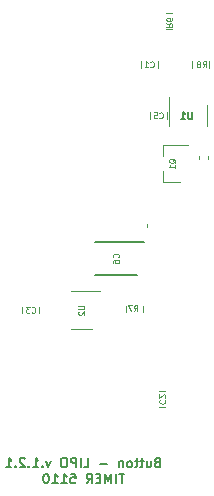
<source format=gbr>
G04 #@! TF.GenerationSoftware,KiCad,Pcbnew,(5.1.9)-1*
G04 #@! TF.CreationDate,2021-03-01T14:18:58+01:00*
G04 #@! TF.ProjectId,button_timer_v1.2.1_lipo[TPL5110],62757474-6f6e-45f7-9469-6d65725f7631,rev?*
G04 #@! TF.SameCoordinates,Original*
G04 #@! TF.FileFunction,Legend,Bot*
G04 #@! TF.FilePolarity,Positive*
%FSLAX46Y46*%
G04 Gerber Fmt 4.6, Leading zero omitted, Abs format (unit mm)*
G04 Created by KiCad (PCBNEW (5.1.9)-1) date 2021-03-01 14:18:58*
%MOMM*%
%LPD*%
G01*
G04 APERTURE LIST*
%ADD10C,0.150000*%
%ADD11C,0.120000*%
%ADD12C,0.200000*%
%ADD13C,0.125000*%
G04 APERTURE END LIST*
D10*
X131977619Y-98962857D02*
X131863333Y-99000952D01*
X131825238Y-99039047D01*
X131787142Y-99115238D01*
X131787142Y-99229523D01*
X131825238Y-99305714D01*
X131863333Y-99343809D01*
X131939523Y-99381904D01*
X132244285Y-99381904D01*
X132244285Y-98581904D01*
X131977619Y-98581904D01*
X131901428Y-98620000D01*
X131863333Y-98658095D01*
X131825238Y-98734285D01*
X131825238Y-98810476D01*
X131863333Y-98886666D01*
X131901428Y-98924761D01*
X131977619Y-98962857D01*
X132244285Y-98962857D01*
X131101428Y-98848571D02*
X131101428Y-99381904D01*
X131444285Y-98848571D02*
X131444285Y-99267619D01*
X131406190Y-99343809D01*
X131330000Y-99381904D01*
X131215714Y-99381904D01*
X131139523Y-99343809D01*
X131101428Y-99305714D01*
X130834761Y-98848571D02*
X130530000Y-98848571D01*
X130720476Y-98581904D02*
X130720476Y-99267619D01*
X130682380Y-99343809D01*
X130606190Y-99381904D01*
X130530000Y-99381904D01*
X130377619Y-98848571D02*
X130072857Y-98848571D01*
X130263333Y-98581904D02*
X130263333Y-99267619D01*
X130225238Y-99343809D01*
X130149047Y-99381904D01*
X130072857Y-99381904D01*
X129691904Y-99381904D02*
X129768095Y-99343809D01*
X129806190Y-99305714D01*
X129844285Y-99229523D01*
X129844285Y-99000952D01*
X129806190Y-98924761D01*
X129768095Y-98886666D01*
X129691904Y-98848571D01*
X129577619Y-98848571D01*
X129501428Y-98886666D01*
X129463333Y-98924761D01*
X129425238Y-99000952D01*
X129425238Y-99229523D01*
X129463333Y-99305714D01*
X129501428Y-99343809D01*
X129577619Y-99381904D01*
X129691904Y-99381904D01*
X129082380Y-98848571D02*
X129082380Y-99381904D01*
X129082380Y-98924761D02*
X129044285Y-98886666D01*
X128968095Y-98848571D01*
X128853809Y-98848571D01*
X128777619Y-98886666D01*
X128739523Y-98962857D01*
X128739523Y-99381904D01*
X127749047Y-99077142D02*
X127139523Y-99077142D01*
X125768095Y-99381904D02*
X126149047Y-99381904D01*
X126149047Y-98581904D01*
X125501428Y-99381904D02*
X125501428Y-98581904D01*
X125120476Y-99381904D02*
X125120476Y-98581904D01*
X124815714Y-98581904D01*
X124739523Y-98620000D01*
X124701428Y-98658095D01*
X124663333Y-98734285D01*
X124663333Y-98848571D01*
X124701428Y-98924761D01*
X124739523Y-98962857D01*
X124815714Y-99000952D01*
X125120476Y-99000952D01*
X124168095Y-98581904D02*
X124015714Y-98581904D01*
X123939523Y-98620000D01*
X123863333Y-98696190D01*
X123825238Y-98848571D01*
X123825238Y-99115238D01*
X123863333Y-99267619D01*
X123939523Y-99343809D01*
X124015714Y-99381904D01*
X124168095Y-99381904D01*
X124244285Y-99343809D01*
X124320476Y-99267619D01*
X124358571Y-99115238D01*
X124358571Y-98848571D01*
X124320476Y-98696190D01*
X124244285Y-98620000D01*
X124168095Y-98581904D01*
X122949047Y-98848571D02*
X122758571Y-99381904D01*
X122568095Y-98848571D01*
X122263333Y-99305714D02*
X122225238Y-99343809D01*
X122263333Y-99381904D01*
X122301428Y-99343809D01*
X122263333Y-99305714D01*
X122263333Y-99381904D01*
X121463333Y-99381904D02*
X121920476Y-99381904D01*
X121691904Y-99381904D02*
X121691904Y-98581904D01*
X121768095Y-98696190D01*
X121844285Y-98772380D01*
X121920476Y-98810476D01*
X121120476Y-99305714D02*
X121082380Y-99343809D01*
X121120476Y-99381904D01*
X121158571Y-99343809D01*
X121120476Y-99305714D01*
X121120476Y-99381904D01*
X120777619Y-98658095D02*
X120739523Y-98620000D01*
X120663333Y-98581904D01*
X120472857Y-98581904D01*
X120396666Y-98620000D01*
X120358571Y-98658095D01*
X120320476Y-98734285D01*
X120320476Y-98810476D01*
X120358571Y-98924761D01*
X120815714Y-99381904D01*
X120320476Y-99381904D01*
X119977619Y-99305714D02*
X119939523Y-99343809D01*
X119977619Y-99381904D01*
X120015714Y-99343809D01*
X119977619Y-99305714D01*
X119977619Y-99381904D01*
X119177619Y-99381904D02*
X119634761Y-99381904D01*
X119406190Y-99381904D02*
X119406190Y-98581904D01*
X119482380Y-98696190D01*
X119558571Y-98772380D01*
X119634761Y-98810476D01*
X129196666Y-99931904D02*
X128739523Y-99931904D01*
X128968095Y-100731904D02*
X128968095Y-99931904D01*
X128472857Y-100731904D02*
X128472857Y-99931904D01*
X128091904Y-100731904D02*
X128091904Y-99931904D01*
X127825238Y-100503333D01*
X127558571Y-99931904D01*
X127558571Y-100731904D01*
X127177619Y-100312857D02*
X126910952Y-100312857D01*
X126796666Y-100731904D02*
X127177619Y-100731904D01*
X127177619Y-99931904D01*
X126796666Y-99931904D01*
X125996666Y-100731904D02*
X126263333Y-100350952D01*
X126453809Y-100731904D02*
X126453809Y-99931904D01*
X126149047Y-99931904D01*
X126072857Y-99970000D01*
X126034761Y-100008095D01*
X125996666Y-100084285D01*
X125996666Y-100198571D01*
X126034761Y-100274761D01*
X126072857Y-100312857D01*
X126149047Y-100350952D01*
X126453809Y-100350952D01*
X124663333Y-99931904D02*
X125044285Y-99931904D01*
X125082380Y-100312857D01*
X125044285Y-100274761D01*
X124968095Y-100236666D01*
X124777619Y-100236666D01*
X124701428Y-100274761D01*
X124663333Y-100312857D01*
X124625238Y-100389047D01*
X124625238Y-100579523D01*
X124663333Y-100655714D01*
X124701428Y-100693809D01*
X124777619Y-100731904D01*
X124968095Y-100731904D01*
X125044285Y-100693809D01*
X125082380Y-100655714D01*
X123863333Y-100731904D02*
X124320476Y-100731904D01*
X124091904Y-100731904D02*
X124091904Y-99931904D01*
X124168095Y-100046190D01*
X124244285Y-100122380D01*
X124320476Y-100160476D01*
X123101428Y-100731904D02*
X123558571Y-100731904D01*
X123330000Y-100731904D02*
X123330000Y-99931904D01*
X123406190Y-100046190D01*
X123482380Y-100122380D01*
X123558571Y-100160476D01*
X122606190Y-99931904D02*
X122530000Y-99931904D01*
X122453809Y-99970000D01*
X122415714Y-100008095D01*
X122377619Y-100084285D01*
X122339523Y-100236666D01*
X122339523Y-100427142D01*
X122377619Y-100579523D01*
X122415714Y-100655714D01*
X122453809Y-100693809D01*
X122530000Y-100731904D01*
X122606190Y-100731904D01*
X122682380Y-100693809D01*
X122720476Y-100655714D01*
X122758571Y-100579523D01*
X122796666Y-100427142D01*
X122796666Y-100236666D01*
X122758571Y-100084285D01*
X122720476Y-100008095D01*
X122682380Y-99970000D01*
X122606190Y-99931904D01*
D11*
G04 #@! TO.C,Q1*
X132463000Y-75240000D02*
X132463000Y-74310000D01*
X132463000Y-72080000D02*
X132463000Y-73010000D01*
X132463000Y-72080000D02*
X134623000Y-72080000D01*
X132463000Y-75240000D02*
X133923000Y-75240000D01*
G04 #@! TO.C,C7*
X131093800Y-78998075D02*
X131093800Y-78766405D01*
D12*
G04 #@! TO.C,C6*
X126753680Y-80271560D02*
X130853680Y-80271560D01*
X130253680Y-83121560D02*
X126753680Y-83121560D01*
D11*
G04 #@! TO.C,C3*
X121979760Y-86331692D02*
X121979760Y-85809188D01*
X120559760Y-86331692D02*
X120559760Y-85809188D01*
G04 #@! TO.C,C5*
X132790000Y-69857252D02*
X132790000Y-69334748D01*
X131370000Y-69857252D02*
X131370000Y-69334748D01*
G04 #@! TO.C,C1*
X130608000Y-65016748D02*
X130608000Y-65539252D01*
X132028000Y-65016748D02*
X132028000Y-65539252D01*
G04 #@! TO.C,C2*
X132123548Y-94309000D02*
X132646052Y-94309000D01*
X132123548Y-92889000D02*
X132646052Y-92889000D01*
G04 #@! TO.C,R7*
X129322760Y-85682188D02*
X129322760Y-86204692D01*
X130742760Y-85682188D02*
X130742760Y-86204692D01*
G04 #@! TO.C,R8*
X136346000Y-65539252D02*
X136346000Y-65016748D01*
X134926000Y-65539252D02*
X134926000Y-65016748D01*
G04 #@! TO.C,R6*
X132707748Y-62305000D02*
X133230252Y-62305000D01*
X132707748Y-60885000D02*
X133230252Y-60885000D01*
G04 #@! TO.C,U2*
X126487760Y-87680440D02*
X124687760Y-87680440D01*
X124687760Y-84460440D02*
X127137760Y-84460440D01*
G04 #@! TO.C,U1*
X136230000Y-68696000D02*
X136230000Y-70496000D01*
X133010000Y-70496000D02*
X133010000Y-68046000D01*
G04 #@! TO.C,C4*
X136250000Y-73036165D02*
X136250000Y-73267835D01*
X135530000Y-73036165D02*
X135530000Y-73267835D01*
G04 #@! TO.C,Q1*
D13*
X133496809Y-73612380D02*
X133473000Y-73564761D01*
X133425380Y-73517142D01*
X133353952Y-73445714D01*
X133330142Y-73398095D01*
X133330142Y-73350476D01*
X133449190Y-73374285D02*
X133425380Y-73326666D01*
X133377761Y-73279047D01*
X133282523Y-73255238D01*
X133115857Y-73255238D01*
X133020619Y-73279047D01*
X132973000Y-73326666D01*
X132949190Y-73374285D01*
X132949190Y-73469523D01*
X132973000Y-73517142D01*
X133020619Y-73564761D01*
X133115857Y-73588571D01*
X133282523Y-73588571D01*
X133377761Y-73564761D01*
X133425380Y-73517142D01*
X133449190Y-73469523D01*
X133449190Y-73374285D01*
X133449190Y-74064761D02*
X133449190Y-73779047D01*
X133449190Y-73921904D02*
X132949190Y-73921904D01*
X133020619Y-73874285D01*
X133068238Y-73826666D01*
X133092047Y-73779047D01*
G04 #@! TO.C,C6*
X128682251Y-81613226D02*
X128706060Y-81589417D01*
X128729870Y-81517988D01*
X128729870Y-81470369D01*
X128706060Y-81398940D01*
X128658441Y-81351321D01*
X128610822Y-81327512D01*
X128515584Y-81303702D01*
X128444156Y-81303702D01*
X128348918Y-81327512D01*
X128301299Y-81351321D01*
X128253680Y-81398940D01*
X128229870Y-81470369D01*
X128229870Y-81517988D01*
X128253680Y-81589417D01*
X128277489Y-81613226D01*
X128229870Y-82041798D02*
X128229870Y-81946560D01*
X128253680Y-81898940D01*
X128277489Y-81875131D01*
X128348918Y-81827512D01*
X128444156Y-81803702D01*
X128634632Y-81803702D01*
X128682251Y-81827512D01*
X128706060Y-81851321D01*
X128729870Y-81898940D01*
X128729870Y-81994179D01*
X128706060Y-82041798D01*
X128682251Y-82065607D01*
X128634632Y-82089417D01*
X128515584Y-82089417D01*
X128467965Y-82065607D01*
X128444156Y-82041798D01*
X128420346Y-81994179D01*
X128420346Y-81898940D01*
X128444156Y-81851321D01*
X128467965Y-81827512D01*
X128515584Y-81803702D01*
G04 #@! TO.C,C3*
X121353093Y-86249011D02*
X121376902Y-86272820D01*
X121448331Y-86296630D01*
X121495950Y-86296630D01*
X121567379Y-86272820D01*
X121614998Y-86225201D01*
X121638807Y-86177582D01*
X121662617Y-86082344D01*
X121662617Y-86010916D01*
X121638807Y-85915678D01*
X121614998Y-85868059D01*
X121567379Y-85820440D01*
X121495950Y-85796630D01*
X121448331Y-85796630D01*
X121376902Y-85820440D01*
X121353093Y-85844249D01*
X121186426Y-85796630D02*
X120876902Y-85796630D01*
X121043569Y-85987106D01*
X120972140Y-85987106D01*
X120924521Y-86010916D01*
X120900712Y-86034725D01*
X120876902Y-86082344D01*
X120876902Y-86201392D01*
X120900712Y-86249011D01*
X120924521Y-86272820D01*
X120972140Y-86296630D01*
X121114998Y-86296630D01*
X121162617Y-86272820D01*
X121186426Y-86249011D01*
G04 #@! TO.C,C5*
X132163333Y-69774571D02*
X132187142Y-69798380D01*
X132258571Y-69822190D01*
X132306190Y-69822190D01*
X132377619Y-69798380D01*
X132425238Y-69750761D01*
X132449047Y-69703142D01*
X132472857Y-69607904D01*
X132472857Y-69536476D01*
X132449047Y-69441238D01*
X132425238Y-69393619D01*
X132377619Y-69346000D01*
X132306190Y-69322190D01*
X132258571Y-69322190D01*
X132187142Y-69346000D01*
X132163333Y-69369809D01*
X131710952Y-69322190D02*
X131949047Y-69322190D01*
X131972857Y-69560285D01*
X131949047Y-69536476D01*
X131901428Y-69512666D01*
X131782380Y-69512666D01*
X131734761Y-69536476D01*
X131710952Y-69560285D01*
X131687142Y-69607904D01*
X131687142Y-69726952D01*
X131710952Y-69774571D01*
X131734761Y-69798380D01*
X131782380Y-69822190D01*
X131901428Y-69822190D01*
X131949047Y-69798380D01*
X131972857Y-69774571D01*
G04 #@! TO.C,C1*
X131401333Y-65456571D02*
X131425142Y-65480380D01*
X131496571Y-65504190D01*
X131544190Y-65504190D01*
X131615619Y-65480380D01*
X131663238Y-65432761D01*
X131687047Y-65385142D01*
X131710857Y-65289904D01*
X131710857Y-65218476D01*
X131687047Y-65123238D01*
X131663238Y-65075619D01*
X131615619Y-65028000D01*
X131544190Y-65004190D01*
X131496571Y-65004190D01*
X131425142Y-65028000D01*
X131401333Y-65051809D01*
X130925142Y-65504190D02*
X131210857Y-65504190D01*
X131068000Y-65504190D02*
X131068000Y-65004190D01*
X131115619Y-65075619D01*
X131163238Y-65123238D01*
X131210857Y-65147047D01*
G04 #@! TO.C,C2*
X132206228Y-93682333D02*
X132182419Y-93706142D01*
X132158609Y-93777571D01*
X132158609Y-93825190D01*
X132182419Y-93896619D01*
X132230038Y-93944238D01*
X132277657Y-93968047D01*
X132372895Y-93991857D01*
X132444323Y-93991857D01*
X132539561Y-93968047D01*
X132587180Y-93944238D01*
X132634800Y-93896619D01*
X132658609Y-93825190D01*
X132658609Y-93777571D01*
X132634800Y-93706142D01*
X132610990Y-93682333D01*
X132610990Y-93491857D02*
X132634800Y-93468047D01*
X132658609Y-93420428D01*
X132658609Y-93301380D01*
X132634800Y-93253761D01*
X132610990Y-93229952D01*
X132563371Y-93206142D01*
X132515752Y-93206142D01*
X132444323Y-93229952D01*
X132158609Y-93515666D01*
X132158609Y-93206142D01*
G04 #@! TO.C,R7*
X130016093Y-86169630D02*
X130182760Y-85931535D01*
X130301807Y-86169630D02*
X130301807Y-85669630D01*
X130111331Y-85669630D01*
X130063712Y-85693440D01*
X130039902Y-85717249D01*
X130016093Y-85764868D01*
X130016093Y-85836297D01*
X130039902Y-85883916D01*
X130063712Y-85907725D01*
X130111331Y-85931535D01*
X130301807Y-85931535D01*
X129849426Y-85669630D02*
X129516093Y-85669630D01*
X129730379Y-86169630D01*
G04 #@! TO.C,R8*
X135819333Y-65504190D02*
X135986000Y-65266095D01*
X136105047Y-65504190D02*
X136105047Y-65004190D01*
X135914571Y-65004190D01*
X135866952Y-65028000D01*
X135843142Y-65051809D01*
X135819333Y-65099428D01*
X135819333Y-65170857D01*
X135843142Y-65218476D01*
X135866952Y-65242285D01*
X135914571Y-65266095D01*
X136105047Y-65266095D01*
X135533619Y-65218476D02*
X135581238Y-65194666D01*
X135605047Y-65170857D01*
X135628857Y-65123238D01*
X135628857Y-65099428D01*
X135605047Y-65051809D01*
X135581238Y-65028000D01*
X135533619Y-65004190D01*
X135438380Y-65004190D01*
X135390761Y-65028000D01*
X135366952Y-65051809D01*
X135343142Y-65099428D01*
X135343142Y-65123238D01*
X135366952Y-65170857D01*
X135390761Y-65194666D01*
X135438380Y-65218476D01*
X135533619Y-65218476D01*
X135581238Y-65242285D01*
X135605047Y-65266095D01*
X135628857Y-65313714D01*
X135628857Y-65408952D01*
X135605047Y-65456571D01*
X135581238Y-65480380D01*
X135533619Y-65504190D01*
X135438380Y-65504190D01*
X135390761Y-65480380D01*
X135366952Y-65456571D01*
X135343142Y-65408952D01*
X135343142Y-65313714D01*
X135366952Y-65266095D01*
X135390761Y-65242285D01*
X135438380Y-65218476D01*
G04 #@! TO.C,R6*
X132742809Y-61778333D02*
X132980904Y-61945000D01*
X132742809Y-62064047D02*
X133242809Y-62064047D01*
X133242809Y-61873571D01*
X133219000Y-61825952D01*
X133195190Y-61802142D01*
X133147571Y-61778333D01*
X133076142Y-61778333D01*
X133028523Y-61802142D01*
X133004714Y-61825952D01*
X132980904Y-61873571D01*
X132980904Y-62064047D01*
X133242809Y-61349761D02*
X133242809Y-61445000D01*
X133219000Y-61492619D01*
X133195190Y-61516428D01*
X133123761Y-61564047D01*
X133028523Y-61587857D01*
X132838047Y-61587857D01*
X132790428Y-61564047D01*
X132766619Y-61540238D01*
X132742809Y-61492619D01*
X132742809Y-61397380D01*
X132766619Y-61349761D01*
X132790428Y-61325952D01*
X132838047Y-61302142D01*
X132957095Y-61302142D01*
X133004714Y-61325952D01*
X133028523Y-61349761D01*
X133052333Y-61397380D01*
X133052333Y-61492619D01*
X133028523Y-61540238D01*
X133004714Y-61564047D01*
X132957095Y-61587857D01*
G04 #@! TO.C,U2*
X125313950Y-85689487D02*
X125718712Y-85689487D01*
X125766331Y-85713297D01*
X125790140Y-85737106D01*
X125813950Y-85784725D01*
X125813950Y-85879963D01*
X125790140Y-85927582D01*
X125766331Y-85951392D01*
X125718712Y-85975201D01*
X125313950Y-85975201D01*
X125361569Y-86189487D02*
X125337760Y-86213297D01*
X125313950Y-86260916D01*
X125313950Y-86379963D01*
X125337760Y-86427582D01*
X125361569Y-86451392D01*
X125409188Y-86475201D01*
X125456807Y-86475201D01*
X125528236Y-86451392D01*
X125813950Y-86165678D01*
X125813950Y-86475201D01*
G04 #@! TO.C,U1*
D10*
X134957142Y-69291428D02*
X134957142Y-69777142D01*
X134928571Y-69834285D01*
X134900000Y-69862857D01*
X134842857Y-69891428D01*
X134728571Y-69891428D01*
X134671428Y-69862857D01*
X134642857Y-69834285D01*
X134614285Y-69777142D01*
X134614285Y-69291428D01*
X134014285Y-69891428D02*
X134357142Y-69891428D01*
X134185714Y-69891428D02*
X134185714Y-69291428D01*
X134242857Y-69377142D01*
X134300000Y-69434285D01*
X134357142Y-69462857D01*
G04 #@! TD*
M02*

</source>
